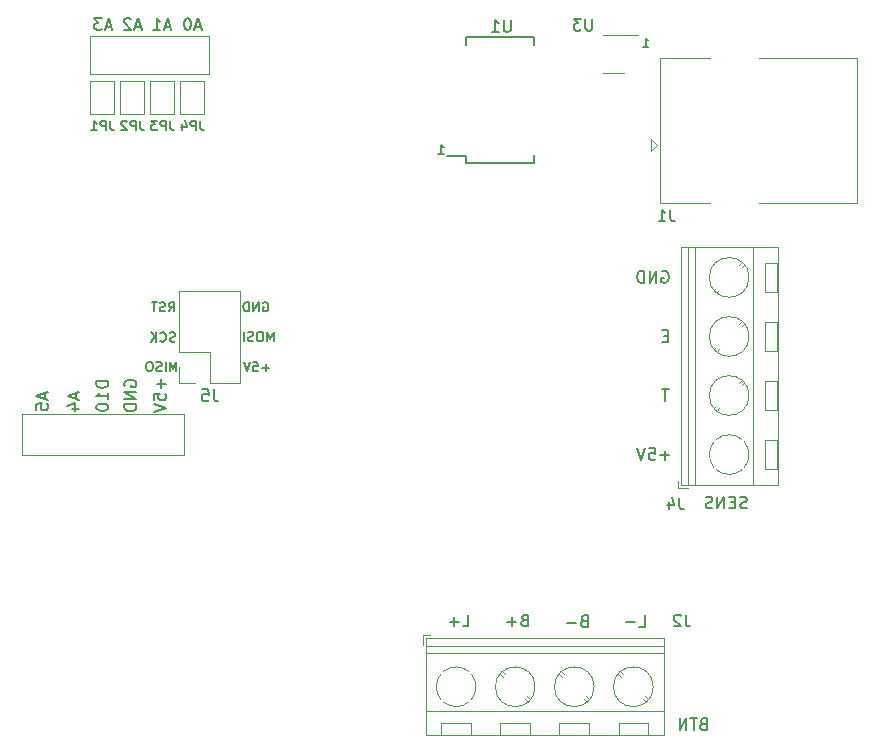
<source format=gbr>
%TF.GenerationSoftware,KiCad,Pcbnew,5.1.8*%
%TF.CreationDate,2020-12-01T18:52:11+01:00*%
%TF.ProjectId,livello_serbatoio_definitiva,6c697665-6c6c-46f5-9f73-65726261746f,rev?*%
%TF.SameCoordinates,Original*%
%TF.FileFunction,Legend,Bot*%
%TF.FilePolarity,Positive*%
%FSLAX46Y46*%
G04 Gerber Fmt 4.6, Leading zero omitted, Abs format (unit mm)*
G04 Created by KiCad (PCBNEW 5.1.8) date 2020-12-01 18:52:11*
%MOMM*%
%LPD*%
G01*
G04 APERTURE LIST*
%ADD10C,0.120000*%
%ADD11C,0.150000*%
G04 APERTURE END LIST*
D10*
X119171960Y-112250000D02*
X105421960Y-112250000D01*
X119171960Y-115750000D02*
X119171960Y-112250000D01*
X105421960Y-115750000D02*
X119171960Y-115750000D01*
X105421960Y-112250000D02*
X105421960Y-115750000D01*
D11*
X117243388Y-109344285D02*
X117243388Y-110106190D01*
X117624340Y-109725238D02*
X116862436Y-109725238D01*
X116624340Y-111058571D02*
X116624340Y-110582380D01*
X117100531Y-110534761D01*
X117052912Y-110582380D01*
X117005293Y-110677619D01*
X117005293Y-110915714D01*
X117052912Y-111010952D01*
X117100531Y-111058571D01*
X117195769Y-111106190D01*
X117433864Y-111106190D01*
X117529102Y-111058571D01*
X117576721Y-111010952D01*
X117624340Y-110915714D01*
X117624340Y-110677619D01*
X117576721Y-110582380D01*
X117529102Y-110534761D01*
X116624340Y-111391904D02*
X117624340Y-111725238D01*
X116624340Y-112058571D01*
X114171960Y-109928095D02*
X114124340Y-109832857D01*
X114124340Y-109690000D01*
X114171960Y-109547142D01*
X114267198Y-109451904D01*
X114362436Y-109404285D01*
X114552912Y-109356666D01*
X114695769Y-109356666D01*
X114886245Y-109404285D01*
X114981483Y-109451904D01*
X115076721Y-109547142D01*
X115124340Y-109690000D01*
X115124340Y-109785238D01*
X115076721Y-109928095D01*
X115029102Y-109975714D01*
X114695769Y-109975714D01*
X114695769Y-109785238D01*
X115124340Y-110404285D02*
X114124340Y-110404285D01*
X115124340Y-110975714D01*
X114124340Y-110975714D01*
X115124340Y-111451904D02*
X114124340Y-111451904D01*
X114124340Y-111690000D01*
X114171960Y-111832857D01*
X114267198Y-111928095D01*
X114362436Y-111975714D01*
X114552912Y-112023333D01*
X114695769Y-112023333D01*
X114886245Y-111975714D01*
X114981483Y-111928095D01*
X115076721Y-111832857D01*
X115124340Y-111690000D01*
X115124340Y-111451904D01*
D10*
X121250000Y-80250000D02*
X111250000Y-80250000D01*
X121250000Y-83500000D02*
X121250000Y-80250000D01*
X111250000Y-83500000D02*
X121250000Y-83500000D01*
X111250000Y-80250000D02*
X111250000Y-83500000D01*
D11*
X120614285Y-79466666D02*
X120138095Y-79466666D01*
X120709523Y-79752380D02*
X120376190Y-78752380D01*
X120042857Y-79752380D01*
X119519047Y-78752380D02*
X119423809Y-78752380D01*
X119328571Y-78800000D01*
X119280952Y-78847619D01*
X119233333Y-78942857D01*
X119185714Y-79133333D01*
X119185714Y-79371428D01*
X119233333Y-79561904D01*
X119280952Y-79657142D01*
X119328571Y-79704761D01*
X119423809Y-79752380D01*
X119519047Y-79752380D01*
X119614285Y-79704761D01*
X119661904Y-79657142D01*
X119709523Y-79561904D01*
X119757142Y-79371428D01*
X119757142Y-79133333D01*
X119709523Y-78942857D01*
X119661904Y-78847619D01*
X119614285Y-78800000D01*
X119519047Y-78752380D01*
X118014285Y-79466666D02*
X117538095Y-79466666D01*
X118109523Y-79752380D02*
X117776190Y-78752380D01*
X117442857Y-79752380D01*
X116585714Y-79752380D02*
X117157142Y-79752380D01*
X116871428Y-79752380D02*
X116871428Y-78752380D01*
X116966666Y-78895238D01*
X117061904Y-78990476D01*
X117157142Y-79038095D01*
X115514285Y-79466666D02*
X115038095Y-79466666D01*
X115609523Y-79752380D02*
X115276190Y-78752380D01*
X114942857Y-79752380D01*
X114657142Y-78847619D02*
X114609523Y-78800000D01*
X114514285Y-78752380D01*
X114276190Y-78752380D01*
X114180952Y-78800000D01*
X114133333Y-78847619D01*
X114085714Y-78942857D01*
X114085714Y-79038095D01*
X114133333Y-79180952D01*
X114704761Y-79752380D01*
X114085714Y-79752380D01*
X113014285Y-79466666D02*
X112538095Y-79466666D01*
X113109523Y-79752380D02*
X112776190Y-78752380D01*
X112442857Y-79752380D01*
X112204761Y-78752380D02*
X111585714Y-78752380D01*
X111919047Y-79133333D01*
X111776190Y-79133333D01*
X111680952Y-79180952D01*
X111633333Y-79228571D01*
X111585714Y-79323809D01*
X111585714Y-79561904D01*
X111633333Y-79657142D01*
X111680952Y-79704761D01*
X111776190Y-79752380D01*
X112061904Y-79752380D01*
X112157142Y-79704761D01*
X112204761Y-79657142D01*
X112744340Y-109495714D02*
X111744340Y-109495714D01*
X111744340Y-109733809D01*
X111791960Y-109876666D01*
X111887198Y-109971904D01*
X111982436Y-110019523D01*
X112172912Y-110067142D01*
X112315769Y-110067142D01*
X112506245Y-110019523D01*
X112601483Y-109971904D01*
X112696721Y-109876666D01*
X112744340Y-109733809D01*
X112744340Y-109495714D01*
X112744340Y-111019523D02*
X112744340Y-110448095D01*
X112744340Y-110733809D02*
X111744340Y-110733809D01*
X111887198Y-110638571D01*
X111982436Y-110543333D01*
X112030055Y-110448095D01*
X111744340Y-111638571D02*
X111744340Y-111733809D01*
X111791960Y-111829047D01*
X111839579Y-111876666D01*
X111934817Y-111924285D01*
X112125293Y-111971904D01*
X112363388Y-111971904D01*
X112553864Y-111924285D01*
X112649102Y-111876666D01*
X112696721Y-111829047D01*
X112744340Y-111733809D01*
X112744340Y-111638571D01*
X112696721Y-111543333D01*
X112649102Y-111495714D01*
X112553864Y-111448095D01*
X112363388Y-111400476D01*
X112125293Y-111400476D01*
X111934817Y-111448095D01*
X111839579Y-111495714D01*
X111791960Y-111543333D01*
X111744340Y-111638571D01*
X110028626Y-110495714D02*
X110028626Y-110971904D01*
X110314340Y-110400476D02*
X109314340Y-110733809D01*
X110314340Y-111067142D01*
X109647674Y-111829047D02*
X110314340Y-111829047D01*
X109266721Y-111590952D02*
X109981007Y-111352857D01*
X109981007Y-111971904D01*
X107358626Y-110515714D02*
X107358626Y-110991904D01*
X107644340Y-110420476D02*
X106644340Y-110753809D01*
X107644340Y-111087142D01*
X106644340Y-111896666D02*
X106644340Y-111420476D01*
X107120531Y-111372857D01*
X107072912Y-111420476D01*
X107025293Y-111515714D01*
X107025293Y-111753809D01*
X107072912Y-111849047D01*
X107120531Y-111896666D01*
X107215769Y-111944285D01*
X107453864Y-111944285D01*
X107549102Y-111896666D01*
X107596721Y-111849047D01*
X107644340Y-111753809D01*
X107644340Y-111515714D01*
X107596721Y-111420476D01*
X107549102Y-111372857D01*
X140701428Y-90261904D02*
X141158571Y-90261904D01*
X140930000Y-90261904D02*
X140930000Y-89461904D01*
X141006190Y-89576190D01*
X141082380Y-89652380D01*
X141158571Y-89690476D01*
X158021428Y-81201904D02*
X158478571Y-81201904D01*
X158250000Y-81201904D02*
X158250000Y-80401904D01*
X158326190Y-80516190D01*
X158402380Y-80592380D01*
X158478571Y-80630476D01*
X157709523Y-130277380D02*
X158185714Y-130277380D01*
X158185714Y-129277380D01*
X157376190Y-129896428D02*
X156614285Y-129896428D01*
X153022619Y-129778571D02*
X152879761Y-129826190D01*
X152832142Y-129873809D01*
X152784523Y-129969047D01*
X152784523Y-130111904D01*
X152832142Y-130207142D01*
X152879761Y-130254761D01*
X152975000Y-130302380D01*
X153355952Y-130302380D01*
X153355952Y-129302380D01*
X153022619Y-129302380D01*
X152927380Y-129350000D01*
X152879761Y-129397619D01*
X152832142Y-129492857D01*
X152832142Y-129588095D01*
X152879761Y-129683333D01*
X152927380Y-129730952D01*
X153022619Y-129778571D01*
X153355952Y-129778571D01*
X152355952Y-129921428D02*
X151594047Y-129921428D01*
X147972619Y-129728571D02*
X147829761Y-129776190D01*
X147782142Y-129823809D01*
X147734523Y-129919047D01*
X147734523Y-130061904D01*
X147782142Y-130157142D01*
X147829761Y-130204761D01*
X147925000Y-130252380D01*
X148305952Y-130252380D01*
X148305952Y-129252380D01*
X147972619Y-129252380D01*
X147877380Y-129300000D01*
X147829761Y-129347619D01*
X147782142Y-129442857D01*
X147782142Y-129538095D01*
X147829761Y-129633333D01*
X147877380Y-129680952D01*
X147972619Y-129728571D01*
X148305952Y-129728571D01*
X147305952Y-129871428D02*
X146544047Y-129871428D01*
X146925000Y-130252380D02*
X146925000Y-129490476D01*
X142759523Y-130252380D02*
X143235714Y-130252380D01*
X143235714Y-129252380D01*
X142426190Y-129871428D02*
X141664285Y-129871428D01*
X142045238Y-130252380D02*
X142045238Y-129490476D01*
X160260714Y-115771428D02*
X159498809Y-115771428D01*
X159879761Y-116152380D02*
X159879761Y-115390476D01*
X158546428Y-115152380D02*
X159022619Y-115152380D01*
X159070238Y-115628571D01*
X159022619Y-115580952D01*
X158927380Y-115533333D01*
X158689285Y-115533333D01*
X158594047Y-115580952D01*
X158546428Y-115628571D01*
X158498809Y-115723809D01*
X158498809Y-115961904D01*
X158546428Y-116057142D01*
X158594047Y-116104761D01*
X158689285Y-116152380D01*
X158927380Y-116152380D01*
X159022619Y-116104761D01*
X159070238Y-116057142D01*
X158213095Y-115152380D02*
X157879761Y-116152380D01*
X157546428Y-115152380D01*
X160210714Y-110152380D02*
X159639285Y-110152380D01*
X159925000Y-111152380D02*
X159925000Y-110152380D01*
X160139285Y-105628571D02*
X159805952Y-105628571D01*
X159663095Y-106152380D02*
X160139285Y-106152380D01*
X160139285Y-105152380D01*
X159663095Y-105152380D01*
X159636904Y-100200000D02*
X159732142Y-100152380D01*
X159875000Y-100152380D01*
X160017857Y-100200000D01*
X160113095Y-100295238D01*
X160160714Y-100390476D01*
X160208333Y-100580952D01*
X160208333Y-100723809D01*
X160160714Y-100914285D01*
X160113095Y-101009523D01*
X160017857Y-101104761D01*
X159875000Y-101152380D01*
X159779761Y-101152380D01*
X159636904Y-101104761D01*
X159589285Y-101057142D01*
X159589285Y-100723809D01*
X159779761Y-100723809D01*
X159160714Y-101152380D02*
X159160714Y-100152380D01*
X158589285Y-101152380D01*
X158589285Y-100152380D01*
X158113095Y-101152380D02*
X158113095Y-100152380D01*
X157875000Y-100152380D01*
X157732142Y-100200000D01*
X157636904Y-100295238D01*
X157589285Y-100390476D01*
X157541666Y-100580952D01*
X157541666Y-100723809D01*
X157589285Y-100914285D01*
X157636904Y-101009523D01*
X157732142Y-101104761D01*
X157875000Y-101152380D01*
X158113095Y-101152380D01*
X163133333Y-138503571D02*
X162990476Y-138551190D01*
X162942857Y-138598809D01*
X162895238Y-138694047D01*
X162895238Y-138836904D01*
X162942857Y-138932142D01*
X162990476Y-138979761D01*
X163085714Y-139027380D01*
X163466666Y-139027380D01*
X163466666Y-138027380D01*
X163133333Y-138027380D01*
X163038095Y-138075000D01*
X162990476Y-138122619D01*
X162942857Y-138217857D01*
X162942857Y-138313095D01*
X162990476Y-138408333D01*
X163038095Y-138455952D01*
X163133333Y-138503571D01*
X163466666Y-138503571D01*
X162609523Y-138027380D02*
X162038095Y-138027380D01*
X162323809Y-139027380D02*
X162323809Y-138027380D01*
X161704761Y-139027380D02*
X161704761Y-138027380D01*
X161133333Y-139027380D01*
X161133333Y-138027380D01*
X166813095Y-120204761D02*
X166670238Y-120252380D01*
X166432142Y-120252380D01*
X166336904Y-120204761D01*
X166289285Y-120157142D01*
X166241666Y-120061904D01*
X166241666Y-119966666D01*
X166289285Y-119871428D01*
X166336904Y-119823809D01*
X166432142Y-119776190D01*
X166622619Y-119728571D01*
X166717857Y-119680952D01*
X166765476Y-119633333D01*
X166813095Y-119538095D01*
X166813095Y-119442857D01*
X166765476Y-119347619D01*
X166717857Y-119300000D01*
X166622619Y-119252380D01*
X166384523Y-119252380D01*
X166241666Y-119300000D01*
X165813095Y-119728571D02*
X165479761Y-119728571D01*
X165336904Y-120252380D02*
X165813095Y-120252380D01*
X165813095Y-119252380D01*
X165336904Y-119252380D01*
X164908333Y-120252380D02*
X164908333Y-119252380D01*
X164336904Y-120252380D01*
X164336904Y-119252380D01*
X163908333Y-120204761D02*
X163765476Y-120252380D01*
X163527380Y-120252380D01*
X163432142Y-120204761D01*
X163384523Y-120157142D01*
X163336904Y-120061904D01*
X163336904Y-119966666D01*
X163384523Y-119871428D01*
X163432142Y-119823809D01*
X163527380Y-119776190D01*
X163717857Y-119728571D01*
X163813095Y-119680952D01*
X163860714Y-119633333D01*
X163908333Y-119538095D01*
X163908333Y-119442857D01*
X163860714Y-119347619D01*
X163813095Y-119300000D01*
X163717857Y-119252380D01*
X163479761Y-119252380D01*
X163336904Y-119300000D01*
X125859523Y-102825000D02*
X125935714Y-102786904D01*
X126050000Y-102786904D01*
X126164285Y-102825000D01*
X126240476Y-102901190D01*
X126278571Y-102977380D01*
X126316666Y-103129761D01*
X126316666Y-103244047D01*
X126278571Y-103396428D01*
X126240476Y-103472619D01*
X126164285Y-103548809D01*
X126050000Y-103586904D01*
X125973809Y-103586904D01*
X125859523Y-103548809D01*
X125821428Y-103510714D01*
X125821428Y-103244047D01*
X125973809Y-103244047D01*
X125478571Y-103586904D02*
X125478571Y-102786904D01*
X125021428Y-103586904D01*
X125021428Y-102786904D01*
X124640476Y-103586904D02*
X124640476Y-102786904D01*
X124450000Y-102786904D01*
X124335714Y-102825000D01*
X124259523Y-102901190D01*
X124221428Y-102977380D01*
X124183333Y-103129761D01*
X124183333Y-103244047D01*
X124221428Y-103396428D01*
X124259523Y-103472619D01*
X124335714Y-103548809D01*
X124450000Y-103586904D01*
X124640476Y-103586904D01*
X126757142Y-106111904D02*
X126757142Y-105311904D01*
X126490476Y-105883333D01*
X126223809Y-105311904D01*
X126223809Y-106111904D01*
X125690476Y-105311904D02*
X125538095Y-105311904D01*
X125461904Y-105350000D01*
X125385714Y-105426190D01*
X125347619Y-105578571D01*
X125347619Y-105845238D01*
X125385714Y-105997619D01*
X125461904Y-106073809D01*
X125538095Y-106111904D01*
X125690476Y-106111904D01*
X125766666Y-106073809D01*
X125842857Y-105997619D01*
X125880952Y-105845238D01*
X125880952Y-105578571D01*
X125842857Y-105426190D01*
X125766666Y-105350000D01*
X125690476Y-105311904D01*
X125042857Y-106073809D02*
X124928571Y-106111904D01*
X124738095Y-106111904D01*
X124661904Y-106073809D01*
X124623809Y-106035714D01*
X124585714Y-105959523D01*
X124585714Y-105883333D01*
X124623809Y-105807142D01*
X124661904Y-105769047D01*
X124738095Y-105730952D01*
X124890476Y-105692857D01*
X124966666Y-105654761D01*
X125004761Y-105616666D01*
X125042857Y-105540476D01*
X125042857Y-105464285D01*
X125004761Y-105388095D01*
X124966666Y-105350000D01*
X124890476Y-105311904D01*
X124700000Y-105311904D01*
X124585714Y-105350000D01*
X124242857Y-106111904D02*
X124242857Y-105311904D01*
X117888095Y-103586904D02*
X118154761Y-103205952D01*
X118345238Y-103586904D02*
X118345238Y-102786904D01*
X118040476Y-102786904D01*
X117964285Y-102825000D01*
X117926190Y-102863095D01*
X117888095Y-102939285D01*
X117888095Y-103053571D01*
X117926190Y-103129761D01*
X117964285Y-103167857D01*
X118040476Y-103205952D01*
X118345238Y-103205952D01*
X117583333Y-103548809D02*
X117469047Y-103586904D01*
X117278571Y-103586904D01*
X117202380Y-103548809D01*
X117164285Y-103510714D01*
X117126190Y-103434523D01*
X117126190Y-103358333D01*
X117164285Y-103282142D01*
X117202380Y-103244047D01*
X117278571Y-103205952D01*
X117430952Y-103167857D01*
X117507142Y-103129761D01*
X117545238Y-103091666D01*
X117583333Y-103015476D01*
X117583333Y-102939285D01*
X117545238Y-102863095D01*
X117507142Y-102825000D01*
X117430952Y-102786904D01*
X117240476Y-102786904D01*
X117126190Y-102825000D01*
X116897619Y-102786904D02*
X116440476Y-102786904D01*
X116669047Y-103586904D02*
X116669047Y-102786904D01*
X118428571Y-106098809D02*
X118314285Y-106136904D01*
X118123809Y-106136904D01*
X118047619Y-106098809D01*
X118009523Y-106060714D01*
X117971428Y-105984523D01*
X117971428Y-105908333D01*
X118009523Y-105832142D01*
X118047619Y-105794047D01*
X118123809Y-105755952D01*
X118276190Y-105717857D01*
X118352380Y-105679761D01*
X118390476Y-105641666D01*
X118428571Y-105565476D01*
X118428571Y-105489285D01*
X118390476Y-105413095D01*
X118352380Y-105375000D01*
X118276190Y-105336904D01*
X118085714Y-105336904D01*
X117971428Y-105375000D01*
X117171428Y-106060714D02*
X117209523Y-106098809D01*
X117323809Y-106136904D01*
X117400000Y-106136904D01*
X117514285Y-106098809D01*
X117590476Y-106022619D01*
X117628571Y-105946428D01*
X117666666Y-105794047D01*
X117666666Y-105679761D01*
X117628571Y-105527380D01*
X117590476Y-105451190D01*
X117514285Y-105375000D01*
X117400000Y-105336904D01*
X117323809Y-105336904D01*
X117209523Y-105375000D01*
X117171428Y-105413095D01*
X116828571Y-106136904D02*
X116828571Y-105336904D01*
X116371428Y-106136904D02*
X116714285Y-105679761D01*
X116371428Y-105336904D02*
X116828571Y-105794047D01*
X126378571Y-108357142D02*
X125769047Y-108357142D01*
X126073809Y-108661904D02*
X126073809Y-108052380D01*
X125007142Y-107861904D02*
X125388095Y-107861904D01*
X125426190Y-108242857D01*
X125388095Y-108204761D01*
X125311904Y-108166666D01*
X125121428Y-108166666D01*
X125045238Y-108204761D01*
X125007142Y-108242857D01*
X124969047Y-108319047D01*
X124969047Y-108509523D01*
X125007142Y-108585714D01*
X125045238Y-108623809D01*
X125121428Y-108661904D01*
X125311904Y-108661904D01*
X125388095Y-108623809D01*
X125426190Y-108585714D01*
X124740476Y-107861904D02*
X124473809Y-108661904D01*
X124207142Y-107861904D01*
X118532142Y-108661904D02*
X118532142Y-107861904D01*
X118265476Y-108433333D01*
X117998809Y-107861904D01*
X117998809Y-108661904D01*
X117617857Y-108661904D02*
X117617857Y-107861904D01*
X117275000Y-108623809D02*
X117160714Y-108661904D01*
X116970238Y-108661904D01*
X116894047Y-108623809D01*
X116855952Y-108585714D01*
X116817857Y-108509523D01*
X116817857Y-108433333D01*
X116855952Y-108357142D01*
X116894047Y-108319047D01*
X116970238Y-108280952D01*
X117122619Y-108242857D01*
X117198809Y-108204761D01*
X117236904Y-108166666D01*
X117275000Y-108090476D01*
X117275000Y-108014285D01*
X117236904Y-107938095D01*
X117198809Y-107900000D01*
X117122619Y-107861904D01*
X116932142Y-107861904D01*
X116817857Y-107900000D01*
X116322619Y-107861904D02*
X116170238Y-107861904D01*
X116094047Y-107900000D01*
X116017857Y-107976190D01*
X115979761Y-108128571D01*
X115979761Y-108395238D01*
X116017857Y-108547619D01*
X116094047Y-108623809D01*
X116170238Y-108661904D01*
X116322619Y-108661904D01*
X116398809Y-108623809D01*
X116475000Y-108547619D01*
X116513095Y-108395238D01*
X116513095Y-108128571D01*
X116475000Y-107976190D01*
X116398809Y-107900000D01*
X116322619Y-107861904D01*
D10*
%TO.C,JP4*%
X118850000Y-86880000D02*
X120850000Y-86880000D01*
X118850000Y-84080000D02*
X118850000Y-86880000D01*
X120850000Y-84080000D02*
X118850000Y-84080000D01*
X120850000Y-86880000D02*
X120850000Y-84080000D01*
%TO.C,JP3*%
X116320000Y-86870000D02*
X118320000Y-86870000D01*
X116320000Y-84070000D02*
X116320000Y-86870000D01*
X118320000Y-84070000D02*
X116320000Y-84070000D01*
X118320000Y-86870000D02*
X118320000Y-84070000D01*
%TO.C,JP2*%
X113780000Y-86870000D02*
X115780000Y-86870000D01*
X113780000Y-84070000D02*
X113780000Y-86870000D01*
X115780000Y-84070000D02*
X113780000Y-84070000D01*
X115780000Y-86870000D02*
X115780000Y-84070000D01*
%TO.C,JP1*%
X111230000Y-86870000D02*
X113230000Y-86870000D01*
X111230000Y-84070000D02*
X111230000Y-86870000D01*
X113230000Y-84070000D02*
X111230000Y-84070000D01*
X113230000Y-86870000D02*
X113230000Y-84070000D01*
%TO.C,U3*%
X154630000Y-80160000D02*
X157580000Y-80160000D01*
X156430000Y-83380000D02*
X154630000Y-83380000D01*
%TO.C,J2*%
X148890000Y-135360000D02*
G75*
G03*
X148890000Y-135360000I-1680000J0D01*
G01*
X153890000Y-135360000D02*
G75*
G03*
X153890000Y-135360000I-1680000J0D01*
G01*
X158890000Y-135360000D02*
G75*
G03*
X158890000Y-135360000I-1680000J0D01*
G01*
X139650000Y-131910000D02*
X159771000Y-131910000D01*
X139650000Y-132510000D02*
X159771000Y-132510000D01*
X139650000Y-137410000D02*
X159771000Y-137410000D01*
X139650000Y-139470000D02*
X159771000Y-139470000D01*
X139650000Y-131250000D02*
X159771000Y-131250000D01*
X139650000Y-139470000D02*
X139650000Y-131250000D01*
X159771000Y-139470000D02*
X159771000Y-131250000D01*
X140960000Y-139410000D02*
X143460000Y-139410000D01*
X140960000Y-138410000D02*
X143460000Y-138410000D01*
X140960000Y-139410000D02*
X140960000Y-138410000D01*
X143460000Y-139410000D02*
X143460000Y-138410000D01*
X148485000Y-136429000D02*
X148239000Y-136183000D01*
X146340000Y-134285000D02*
X146141000Y-134086000D01*
X148280000Y-136635000D02*
X148069000Y-136424000D01*
X146182000Y-134537000D02*
X145936000Y-134291000D01*
X145960000Y-139410000D02*
X148460000Y-139410000D01*
X145960000Y-138410000D02*
X148460000Y-138410000D01*
X145960000Y-139410000D02*
X145960000Y-138410000D01*
X148460000Y-139410000D02*
X148460000Y-138410000D01*
X153485000Y-136429000D02*
X153239000Y-136183000D01*
X151340000Y-134285000D02*
X151141000Y-134086000D01*
X153280000Y-136635000D02*
X153069000Y-136424000D01*
X151182000Y-134537000D02*
X150936000Y-134291000D01*
X150960000Y-139410000D02*
X153460000Y-139410000D01*
X150960000Y-138410000D02*
X153460000Y-138410000D01*
X150960000Y-139410000D02*
X150960000Y-138410000D01*
X153460000Y-139410000D02*
X153460000Y-138410000D01*
X158485000Y-136429000D02*
X158239000Y-136183000D01*
X156340000Y-134285000D02*
X156141000Y-134086000D01*
X158280000Y-136635000D02*
X158069000Y-136424000D01*
X156182000Y-134537000D02*
X155936000Y-134291000D01*
X155960000Y-139410000D02*
X158460000Y-139410000D01*
X155960000Y-138410000D02*
X158460000Y-138410000D01*
X155960000Y-139410000D02*
X155960000Y-138410000D01*
X158460000Y-139410000D02*
X158460000Y-138410000D01*
X139410000Y-131850000D02*
X139410000Y-131010000D01*
X139410000Y-131010000D02*
X140010000Y-131010000D01*
X142238507Y-133679489D02*
G75*
G03*
X141129000Y-134073000I-28507J-1680511D01*
G01*
X140921937Y-134280266D02*
G75*
G03*
X140923000Y-136441000I1288063J-1079734D01*
G01*
X141130092Y-136647078D02*
G75*
G03*
X143290000Y-136647000I1079908J1287078D01*
G01*
X143497078Y-136439908D02*
G75*
G03*
X143497000Y-134280000I-1287078J1079908D01*
G01*
X143289883Y-134073045D02*
G75*
G03*
X142210000Y-133680000I-1079883J-1286955D01*
G01*
%TO.C,J4*%
X167005000Y-110700000D02*
G75*
G03*
X167005000Y-110700000I-1680000J0D01*
G01*
X167005000Y-105700000D02*
G75*
G03*
X167005000Y-105700000I-1680000J0D01*
G01*
X167005000Y-100700000D02*
G75*
G03*
X167005000Y-100700000I-1680000J0D01*
G01*
X161875000Y-118260000D02*
X161875000Y-98139000D01*
X162475000Y-118260000D02*
X162475000Y-98139000D01*
X167375000Y-118260000D02*
X167375000Y-98139000D01*
X169435000Y-118260000D02*
X169435000Y-98139000D01*
X161215000Y-118260000D02*
X161215000Y-98139000D01*
X169435000Y-118260000D02*
X161215000Y-118260000D01*
X169435000Y-98139000D02*
X161215000Y-98139000D01*
X169375000Y-116950000D02*
X169375000Y-114450000D01*
X168375000Y-116950000D02*
X168375000Y-114450000D01*
X169375000Y-116950000D02*
X168375000Y-116950000D01*
X169375000Y-114450000D02*
X168375000Y-114450000D01*
X166394000Y-109425000D02*
X166148000Y-109671000D01*
X164250000Y-111570000D02*
X164051000Y-111769000D01*
X166600000Y-109630000D02*
X166389000Y-109841000D01*
X164502000Y-111728000D02*
X164256000Y-111974000D01*
X169375000Y-111950000D02*
X169375000Y-109450000D01*
X168375000Y-111950000D02*
X168375000Y-109450000D01*
X169375000Y-111950000D02*
X168375000Y-111950000D01*
X169375000Y-109450000D02*
X168375000Y-109450000D01*
X166394000Y-104425000D02*
X166148000Y-104671000D01*
X164250000Y-106570000D02*
X164051000Y-106769000D01*
X166600000Y-104630000D02*
X166389000Y-104841000D01*
X164502000Y-106728000D02*
X164256000Y-106974000D01*
X169375000Y-106950000D02*
X169375000Y-104450000D01*
X168375000Y-106950000D02*
X168375000Y-104450000D01*
X169375000Y-106950000D02*
X168375000Y-106950000D01*
X169375000Y-104450000D02*
X168375000Y-104450000D01*
X166394000Y-99425000D02*
X166148000Y-99671000D01*
X164250000Y-101570000D02*
X164051000Y-101769000D01*
X166600000Y-99630000D02*
X166389000Y-99841000D01*
X164502000Y-101728000D02*
X164256000Y-101974000D01*
X169375000Y-101950000D02*
X169375000Y-99450000D01*
X168375000Y-101950000D02*
X168375000Y-99450000D01*
X169375000Y-101950000D02*
X168375000Y-101950000D01*
X169375000Y-99450000D02*
X168375000Y-99450000D01*
X161815000Y-118500000D02*
X160975000Y-118500000D01*
X160975000Y-118500000D02*
X160975000Y-117900000D01*
X163644489Y-115671493D02*
G75*
G03*
X164038000Y-116781000I1680511J-28507D01*
G01*
X164245266Y-116988063D02*
G75*
G03*
X166406000Y-116987000I1079734J1288063D01*
G01*
X166612078Y-116779908D02*
G75*
G03*
X166612000Y-114620000I-1287078J1079908D01*
G01*
X166404908Y-114412922D02*
G75*
G03*
X164245000Y-114413000I-1079908J-1287078D01*
G01*
X164038045Y-114620117D02*
G75*
G03*
X163645000Y-115700000I1286955J-1079883D01*
G01*
%TO.C,J1*%
X163710000Y-94410000D02*
X159450000Y-94410000D01*
X159450000Y-94410000D02*
X159450000Y-82090000D01*
X159450000Y-82090000D02*
X163710000Y-82090000D01*
X167810000Y-94410000D02*
X176170000Y-94410000D01*
X176170000Y-94410000D02*
X176170000Y-82090000D01*
X176170000Y-82090000D02*
X167810000Y-82090000D01*
X159230000Y-89500000D02*
X158730000Y-90000000D01*
X158730000Y-90000000D02*
X158730000Y-89000000D01*
X158730000Y-89000000D02*
X159230000Y-89500000D01*
D11*
%TO.C,U1*%
X143035000Y-90430000D02*
X141435000Y-90430000D01*
X143035000Y-80355000D02*
X148785000Y-80355000D01*
X143035000Y-91005000D02*
X148785000Y-91005000D01*
X143035000Y-80355000D02*
X143035000Y-81005000D01*
X148785000Y-80355000D02*
X148785000Y-81005000D01*
X148785000Y-91005000D02*
X148785000Y-90355000D01*
X143035000Y-91005000D02*
X143035000Y-90430000D01*
D10*
%TO.C,J5*%
X118745000Y-109630000D02*
X120075000Y-109630000D01*
X118745000Y-108300000D02*
X118745000Y-109630000D01*
X121345000Y-109630000D02*
X123945000Y-109630000D01*
X121345000Y-107030000D02*
X121345000Y-109630000D01*
X118745000Y-107030000D02*
X121345000Y-107030000D01*
X123945000Y-109630000D02*
X123945000Y-101890000D01*
X118745000Y-107030000D02*
X118745000Y-101890000D01*
X118745000Y-101890000D02*
X123945000Y-101890000D01*
%TO.C,JP4*%
D11*
X120554666Y-87445904D02*
X120554666Y-88017333D01*
X120592761Y-88131619D01*
X120668952Y-88207809D01*
X120783238Y-88245904D01*
X120859428Y-88245904D01*
X120173714Y-88245904D02*
X120173714Y-87445904D01*
X119868952Y-87445904D01*
X119792761Y-87484000D01*
X119754666Y-87522095D01*
X119716571Y-87598285D01*
X119716571Y-87712571D01*
X119754666Y-87788761D01*
X119792761Y-87826857D01*
X119868952Y-87864952D01*
X120173714Y-87864952D01*
X119030857Y-87712571D02*
X119030857Y-88245904D01*
X119221333Y-87407809D02*
X119411809Y-87979238D01*
X118916571Y-87979238D01*
%TO.C,JP3*%
X118014666Y-87445904D02*
X118014666Y-88017333D01*
X118052761Y-88131619D01*
X118128952Y-88207809D01*
X118243238Y-88245904D01*
X118319428Y-88245904D01*
X117633714Y-88245904D02*
X117633714Y-87445904D01*
X117328952Y-87445904D01*
X117252761Y-87484000D01*
X117214666Y-87522095D01*
X117176571Y-87598285D01*
X117176571Y-87712571D01*
X117214666Y-87788761D01*
X117252761Y-87826857D01*
X117328952Y-87864952D01*
X117633714Y-87864952D01*
X116909904Y-87445904D02*
X116414666Y-87445904D01*
X116681333Y-87750666D01*
X116567047Y-87750666D01*
X116490857Y-87788761D01*
X116452761Y-87826857D01*
X116414666Y-87903047D01*
X116414666Y-88093523D01*
X116452761Y-88169714D01*
X116490857Y-88207809D01*
X116567047Y-88245904D01*
X116795619Y-88245904D01*
X116871809Y-88207809D01*
X116909904Y-88169714D01*
%TO.C,JP2*%
X115474666Y-87445904D02*
X115474666Y-88017333D01*
X115512761Y-88131619D01*
X115588952Y-88207809D01*
X115703238Y-88245904D01*
X115779428Y-88245904D01*
X115093714Y-88245904D02*
X115093714Y-87445904D01*
X114788952Y-87445904D01*
X114712761Y-87484000D01*
X114674666Y-87522095D01*
X114636571Y-87598285D01*
X114636571Y-87712571D01*
X114674666Y-87788761D01*
X114712761Y-87826857D01*
X114788952Y-87864952D01*
X115093714Y-87864952D01*
X114331809Y-87522095D02*
X114293714Y-87484000D01*
X114217523Y-87445904D01*
X114027047Y-87445904D01*
X113950857Y-87484000D01*
X113912761Y-87522095D01*
X113874666Y-87598285D01*
X113874666Y-87674476D01*
X113912761Y-87788761D01*
X114369904Y-88245904D01*
X113874666Y-88245904D01*
%TO.C,JP1*%
X112934666Y-87445904D02*
X112934666Y-88017333D01*
X112972761Y-88131619D01*
X113048952Y-88207809D01*
X113163238Y-88245904D01*
X113239428Y-88245904D01*
X112553714Y-88245904D02*
X112553714Y-87445904D01*
X112248952Y-87445904D01*
X112172761Y-87484000D01*
X112134666Y-87522095D01*
X112096571Y-87598285D01*
X112096571Y-87712571D01*
X112134666Y-87788761D01*
X112172761Y-87826857D01*
X112248952Y-87864952D01*
X112553714Y-87864952D01*
X111334666Y-88245904D02*
X111791809Y-88245904D01*
X111563238Y-88245904D02*
X111563238Y-87445904D01*
X111639428Y-87560190D01*
X111715619Y-87636380D01*
X111791809Y-87674476D01*
%TO.C,U3*%
X153731904Y-78802380D02*
X153731904Y-79611904D01*
X153684285Y-79707142D01*
X153636666Y-79754761D01*
X153541428Y-79802380D01*
X153350952Y-79802380D01*
X153255714Y-79754761D01*
X153208095Y-79707142D01*
X153160476Y-79611904D01*
X153160476Y-78802380D01*
X152779523Y-78802380D02*
X152160476Y-78802380D01*
X152493809Y-79183333D01*
X152350952Y-79183333D01*
X152255714Y-79230952D01*
X152208095Y-79278571D01*
X152160476Y-79373809D01*
X152160476Y-79611904D01*
X152208095Y-79707142D01*
X152255714Y-79754761D01*
X152350952Y-79802380D01*
X152636666Y-79802380D01*
X152731904Y-79754761D01*
X152779523Y-79707142D01*
%TO.C,J2*%
X161637333Y-129256380D02*
X161637333Y-129970666D01*
X161684952Y-130113523D01*
X161780190Y-130208761D01*
X161923047Y-130256380D01*
X162018285Y-130256380D01*
X161208761Y-129351619D02*
X161161142Y-129304000D01*
X161065904Y-129256380D01*
X160827809Y-129256380D01*
X160732571Y-129304000D01*
X160684952Y-129351619D01*
X160637333Y-129446857D01*
X160637333Y-129542095D01*
X160684952Y-129684952D01*
X161256380Y-130256380D01*
X160637333Y-130256380D01*
%TO.C,J4*%
X161115333Y-119340380D02*
X161115333Y-120054666D01*
X161162952Y-120197523D01*
X161258190Y-120292761D01*
X161401047Y-120340380D01*
X161496285Y-120340380D01*
X160210571Y-119673714D02*
X160210571Y-120340380D01*
X160448666Y-119292761D02*
X160686761Y-120007047D01*
X160067714Y-120007047D01*
%TO.C,J1*%
X160353333Y-94956380D02*
X160353333Y-95670666D01*
X160400952Y-95813523D01*
X160496190Y-95908761D01*
X160639047Y-95956380D01*
X160734285Y-95956380D01*
X159353333Y-95956380D02*
X159924761Y-95956380D01*
X159639047Y-95956380D02*
X159639047Y-94956380D01*
X159734285Y-95099238D01*
X159829523Y-95194476D01*
X159924761Y-95242095D01*
%TO.C,U1*%
X146821904Y-78907380D02*
X146821904Y-79716904D01*
X146774285Y-79812142D01*
X146726666Y-79859761D01*
X146631428Y-79907380D01*
X146440952Y-79907380D01*
X146345714Y-79859761D01*
X146298095Y-79812142D01*
X146250476Y-79716904D01*
X146250476Y-78907380D01*
X145250476Y-79907380D02*
X145821904Y-79907380D01*
X145536190Y-79907380D02*
X145536190Y-78907380D01*
X145631428Y-79050238D01*
X145726666Y-79145476D01*
X145821904Y-79193095D01*
%TO.C,J5*%
X121683333Y-110172380D02*
X121683333Y-110886666D01*
X121730952Y-111029523D01*
X121826190Y-111124761D01*
X121969047Y-111172380D01*
X122064285Y-111172380D01*
X120730952Y-110172380D02*
X121207142Y-110172380D01*
X121254761Y-110648571D01*
X121207142Y-110600952D01*
X121111904Y-110553333D01*
X120873809Y-110553333D01*
X120778571Y-110600952D01*
X120730952Y-110648571D01*
X120683333Y-110743809D01*
X120683333Y-110981904D01*
X120730952Y-111077142D01*
X120778571Y-111124761D01*
X120873809Y-111172380D01*
X121111904Y-111172380D01*
X121207142Y-111124761D01*
X121254761Y-111077142D01*
%TD*%
M02*

</source>
